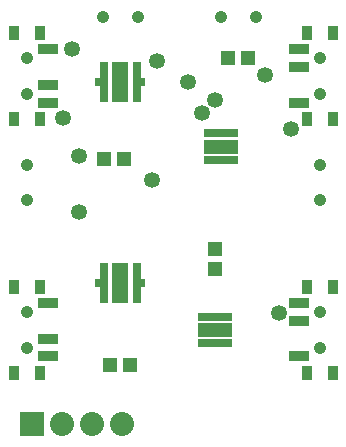
<source format=gts>
G75*
G70*
%OFA0B0*%
%FSLAX24Y24*%
%IPPOS*%
%LPD*%
%AMOC8*
5,1,8,0,0,1.08239X$1,22.5*
%
%ADD10R,0.0454X0.0493*%
%ADD11R,0.0493X0.0454*%
%ADD12R,0.0800X0.0800*%
%ADD13C,0.0800*%
%ADD14R,0.0651X0.0336*%
%ADD15R,0.0375X0.0454*%
%ADD16C,0.0414*%
%ADD17R,0.0572X0.1359*%
%ADD18R,0.0257X0.1359*%
%ADD19R,0.0217X0.0257*%
%ADD20R,0.1162X0.0454*%
%ADD21R,0.1162X0.0277*%
%ADD22C,0.0532*%
D10*
X003899Y003643D03*
X004569Y003643D03*
X004372Y010533D03*
X003702Y010533D03*
X007836Y013880D03*
X008506Y013880D03*
D11*
X007383Y007521D03*
X007383Y006852D03*
D12*
X001281Y001675D03*
D13*
X002281Y001675D03*
X003281Y001675D03*
X004281Y001675D03*
D14*
X001813Y003939D03*
X001813Y004529D03*
X001813Y005710D03*
X001813Y012403D03*
X001813Y012994D03*
X001813Y014175D03*
X010198Y014175D03*
X010198Y013584D03*
X010198Y012403D03*
X010198Y005710D03*
X010198Y005120D03*
X010198Y003939D03*
D15*
X010454Y003387D03*
X011320Y003387D03*
X011320Y006261D03*
X010454Y006261D03*
X010454Y011852D03*
X011320Y011852D03*
X011320Y014726D03*
X010454Y014726D03*
X001557Y014726D03*
X000691Y014726D03*
X000691Y011852D03*
X001557Y011852D03*
X001557Y006261D03*
X000691Y006261D03*
X000691Y003387D03*
X001557Y003387D03*
D16*
X001124Y004234D03*
X001124Y005415D03*
X001124Y009155D03*
X001124Y010336D03*
X001124Y012698D03*
X001124Y013880D03*
X003647Y015261D03*
X004828Y015261D03*
X007580Y015257D03*
X008761Y015257D03*
X010887Y013880D03*
X010887Y012698D03*
X010887Y010336D03*
X010887Y009155D03*
X010887Y005415D03*
X010887Y004234D03*
D17*
X004234Y006399D03*
X004234Y013092D03*
D18*
X004785Y013092D03*
X003683Y013092D03*
X003683Y006399D03*
X004785Y006399D03*
D19*
X004962Y006399D03*
X003506Y006399D03*
X003506Y013092D03*
X004962Y013092D03*
D20*
X007580Y010927D03*
X007383Y004824D03*
D21*
X007383Y004380D03*
X007383Y005269D03*
X007580Y010482D03*
X007580Y011372D03*
D22*
X006978Y012037D03*
X007383Y012502D03*
X006502Y013076D03*
X005470Y013789D03*
X002856Y010631D03*
X002324Y011872D03*
X002620Y014175D03*
X005293Y009809D03*
X002856Y008761D03*
X009057Y013305D03*
X009943Y011517D03*
X009533Y005395D03*
M02*

</source>
